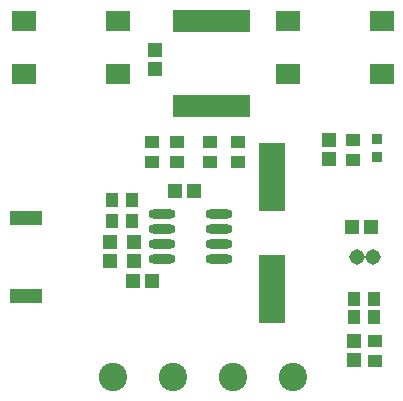
<source format=gts>
G04*
G04 #@! TF.GenerationSoftware,Altium Limited,Altium Designer,19.0.10 (269)*
G04*
G04 Layer_Color=8388736*
%FSLAX25Y25*%
%MOIN*%
G70*
G01*
G75*
%ADD28R,0.03750X0.03750*%
%ADD29R,0.04737X0.04343*%
%ADD30R,0.04537X0.04537*%
%ADD31R,0.04537X0.04537*%
%ADD32R,0.04343X0.04737*%
%ADD33R,0.02572X0.07690*%
%ADD34O,0.09068X0.03162*%
%ADD35R,0.07887X0.07099*%
%ADD36R,0.10800X0.04800*%
%ADD37R,0.09068X0.22847*%
%ADD38C,0.05162*%
%ADD39C,0.09461*%
D28*
X128000Y83368D02*
D03*
Y89274D02*
D03*
D29*
X120000Y89215D02*
D03*
Y82522D02*
D03*
X81696Y88346D02*
D03*
Y81653D02*
D03*
X72496Y88346D02*
D03*
Y81653D02*
D03*
X61528Y88346D02*
D03*
Y81653D02*
D03*
X53000Y88346D02*
D03*
Y81653D02*
D03*
X127347Y22197D02*
D03*
Y15504D02*
D03*
D30*
X112000Y89018D02*
D03*
Y82718D02*
D03*
X39000Y48850D02*
D03*
Y55150D02*
D03*
X120445Y22150D02*
D03*
Y15850D02*
D03*
X54000Y119150D02*
D03*
Y112850D02*
D03*
X47000Y55150D02*
D03*
Y48850D02*
D03*
D31*
X67150Y72000D02*
D03*
X60850D02*
D03*
X53150Y42000D02*
D03*
X46850D02*
D03*
X126150Y60000D02*
D03*
X119850D02*
D03*
D32*
X46347Y69000D02*
D03*
X39654D02*
D03*
X46347Y62000D02*
D03*
X39654D02*
D03*
X127000Y36000D02*
D03*
X120307D02*
D03*
Y30000D02*
D03*
X127000D02*
D03*
D33*
X61528Y100512D02*
D03*
X64087D02*
D03*
X66646D02*
D03*
X69205D02*
D03*
X71764D02*
D03*
X74323D02*
D03*
X76882D02*
D03*
X79441D02*
D03*
X82000D02*
D03*
X84559D02*
D03*
X61528Y128858D02*
D03*
X64087D02*
D03*
X66646D02*
D03*
X69205D02*
D03*
X71764D02*
D03*
X74323D02*
D03*
X76882D02*
D03*
X79441D02*
D03*
X82000D02*
D03*
X84559D02*
D03*
D34*
X75547Y49500D02*
D03*
Y54500D02*
D03*
Y59500D02*
D03*
Y64500D02*
D03*
X56453Y49500D02*
D03*
Y54500D02*
D03*
Y59500D02*
D03*
Y64500D02*
D03*
D35*
X129748Y111142D02*
D03*
X98252D02*
D03*
X129748Y128858D02*
D03*
X98252D02*
D03*
X10252D02*
D03*
X41748D02*
D03*
X10252Y111142D02*
D03*
X41748D02*
D03*
D36*
X11000Y36968D02*
D03*
Y62968D02*
D03*
D37*
X93000Y76701D02*
D03*
Y39299D02*
D03*
D38*
X121244Y49968D02*
D03*
X126756D02*
D03*
D39*
X60000Y10000D02*
D03*
X100000D02*
D03*
X80000D02*
D03*
X40000D02*
D03*
M02*

</source>
